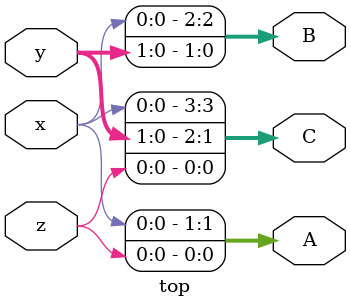
<source format=v>
module top
(
 input x,
 input [1:0] y,
 input z,

 output [1:0] A,
 output [2:0] B,
 output [3:0] C
 );


`ifndef BUG
assign A =  {x,z};
assign B = {x,y};
assign C =  {x,y,z};
`else
assign A =  x + z;
assign B = x * y;
assign C =  x - y - z;
`endif

endmodule

</source>
